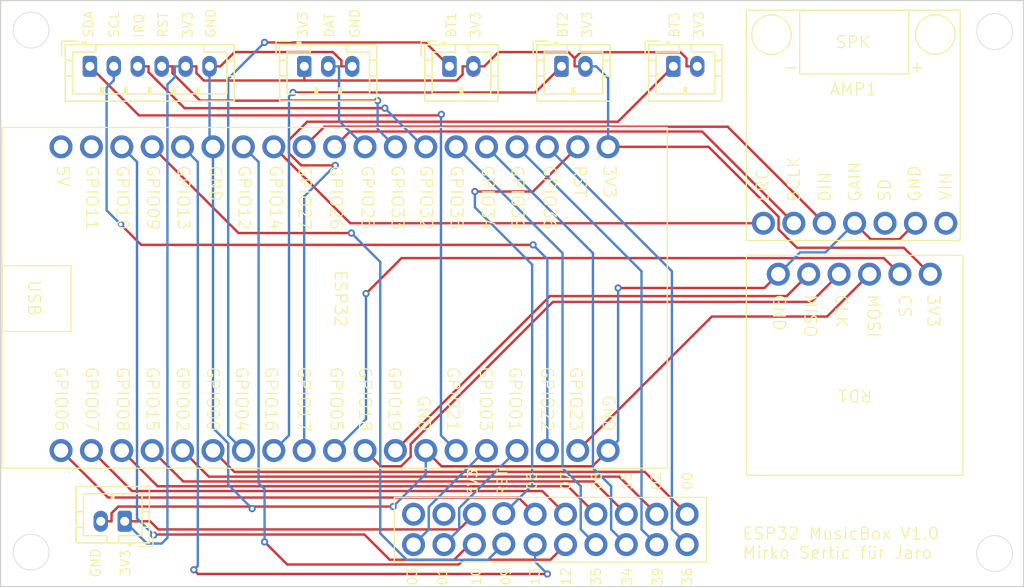
<source format=kicad_pcb>
(kicad_pcb (version 20241229) (generator "pcbnew") (generator_version "9.0")
  (layers (0 "F.Cu" signal) (2 "B.Cu" signal) (13 "F.Paste" user) (15 "B.Paste" user) (5 "F.SilkS" user "F.Silkscreen") (7 "B.SilkS" user "B.Silkscreen") (1 "F.Mask" user) (3 "B.Mask" user) (25 "Edge.Cuts" user))
  (net 0 "")
  (net 1 "3V3")
  (net 2 "/BT1")
  (net 3 "/BT2")
  (net 4 "/BT3")
  (net 5 "GND")
  (net 6 "VBAT")
  (net 7 "/ADR_LED")
  (net 8 "/RFID_IRQ")
  (net 9 "/I2C_SDA")
  (net 10 "/RFID_RST")
  (net 11 "/I2C_SCL")
  (net 12 "/SPI_SCK")
  (net 13 "/SPI_SS")
  (net 14 "/SPI_MOSI")
  (net 15 "/SPI_MISO")
  (net 16 "/I2S_WS")
  (net 17 "/I2S_DIN")
  (net 18 "/I2S_BCK")
  (net 20 "/GPIO09")
  (net 21 "/GPIO11")
  (net 22 "/GPIO01")
  (net 23 "/RST")
  (net 24 "/GPIO36")
  (net 25 "/GPIO06")
  (net 26 "/GPIO13")
  (net 27 "/GPIO15")
  (net 28 "/GPIO07")
  (net 29 "/GPIO39")
  (net 30 "/GPIO10")
  (net 31 "/GPIO34")
  (net 32 "/GPIO12")
  (net 33 "/GPIO35")
  (net 35 "/GPIO08")
  (net 36 "/GPIO00")
  (net 37 "/GPIO02")
  (net 38 "/GPIO03")
  (footprint "Connector_JST:JST_PH_B2B-PH-K_1x02_P2.00mm_Vertical" (layer "F.Cu") (at 127.64 38.5)
    (property "Reference" "BT1Con1" (hide yes))
    (property "Value" "~" (hide yes))
    (pad "1" thru_hole roundrect (at 0 0) (size 1.2 1.75) (drill 0.75) (layers "*.Cu" "*.Mask") (roundrect_rratio 0.208333) (net 2 "/BT1"))
    (pad "2" thru_hole oval (at 2 0) (size 1.2 1.75) (drill 0.75) (layers "*.Cu" "*.Mask") (net 1 "3V3"))
  )
  (footprint "CustomFootprints:MAX98357A" (layer "F.Cu") (at 161.5 44)
    (property "Reference" "AMP1" (at -0.1 -3.585 0) (layer "F.SilkS") (effects (font (thickness 0.1))))
    (property "Value" "~" (hide yes))
    (fp_text user "-" (at -6.01 -4.87 0) (layer "F.SilkS") (effects (font (thickness 0.1)) (justify left bottom)))
    (fp_text user "DIN" (at -1.9 5.9 90) (layer "F.SilkS") (effects (font (thickness 0.1)) (justify left bottom)))
    (fp_text user "GAIN" (at 0.6 5.9 90) (layer "F.SilkS") (effects (font (thickness 0.1)) (justify left bottom)))
    (fp_text user "+" (at 4.52 -4.87 0) (layer "F.SilkS") (effects (font (thickness 0.1)) (justify left bottom)))
    (fp_text user "LRC" (at -7.1 5.9 90) (layer "F.SilkS") (effects (font (thickness 0.1)) (justify left bottom)))
    (fp_text user "VIN" (at 8.2 5.8 90) (layer "F.SilkS") (effects (font (thickness 0.1)) (justify left bottom)))
    (fp_text user "BCLK" (at -4.5 5.9 90) (layer "F.SilkS") (effects (font (thickness 0.1)) (justify left bottom)))
    (fp_text user "GND" (at 5.6 5.9 90) (layer "F.SilkS") (effects (font (thickness 0.1)) (justify left bottom)))
    (fp_text user "SPK" (at -1.68 -6.94 0) (layer "F.SilkS") (effects (font (thickness 0.1)) (justify left bottom)))
    (fp_text user "SD" (at 3.1 5.9 90) (layer "F.SilkS") (effects (font (thickness 0.1)) (justify left bottom)))
    (pad "1" thru_hole circle (at -7.62 7.62) (size 1.92 1.92) (drill 1.2) (layers "*.Cu" "*.Mask") (net 16 "/I2S_WS"))
    (pad "2" thru_hole circle (at -5.08 7.62) (size 1.92 1.92) (drill 1.2) (layers "*.Cu" "*.Mask") (net 18 "/I2S_BCK"))
    (pad "3" thru_hole circle (at -2.54 7.62) (size 1.92 1.92) (drill 1.2) (layers "*.Cu" "*.Mask") (net 17 "/I2S_DIN"))
    (pad "4" thru_hole circle (at 0 7.62) (size 1.92 1.92) (drill 1.2) (layers "*.Cu" "*.Mask") (net 5 "GND"))
    (pad "5" thru_hole circle (at 2.54 7.62) (size 1.92 1.92) (drill 1.2) (layers "*.Cu" "*.Mask"))
    (pad "6" thru_hole circle (at 5.08 7.62) (size 1.92 1.92) (drill 1.2) (layers "*.Cu" "*.Mask") (net 5 "GND"))
    (pad "7" thru_hole circle (at 7.62 7.62) (size 1.92 1.92) (drill 1.2) (layers "*.Cu" "*.Mask") (net 6 "VBAT"))
  )
  (footprint "CustomFootprints:Pads_2x10" (layer "F.Cu") (at 136.0311 77.1265 180)
    (property "Reference" "IO1" (hide yes))
    (property "Value" "IO" (hide yes))
    (pad "1" thru_hole circle (at -11.468857 -1.373523 270) (size 1.92 1.92) (drill 1.2) (layers "*.Cu" "*.Mask") (net 24 "/GPIO36"))
    (pad "2" thru_hole circle (at -8.928857 -1.373523 270) (size 1.92 1.92) (drill 1.2) (layers "*.Cu" "*.Mask") (net 29 "/GPIO39"))
    (pad "3" thru_hole circle (at -6.388857 -1.373523 270) (size 1.92 1.92) (drill 1.2) (layers "*.Cu" "*.Mask") (net 31 "/GPIO34"))
    (pad "4" thru_hole circle (at -3.848857 -1.373523 270) (size 1.92 1.92) (drill 1.2) (layers "*.Cu" "*.Mask") (net 33 "/GPIO35"))
    (pad "5" thru_hole circle (at -1.308857 -1.373523 270) (size 1.92 1.92) (drill 1.2) (layers "*.Cu" "*.Mask") (net 32 "/GPIO12"))
    (pad "6" thru_hole circle (at 1.231143 -1.373523 270) (size 1.92 1.92) (drill 1.2) (layers "*.Cu" "*.Mask") (net 26 "/GPIO13"))
    (pad "7" thru_hole circle (at 3.85 -1.32 270) (size 1.92 1.92) (drill 1.2) (layers "*.Cu" "*.Mask") (net 20 "/GPIO09"))
    (pad "8" thru_hole circle (at 6.311143 -1.373523 270) (size 1.92 1.92) (drill 1.2) (layers "*.Cu" "*.Mask") (net 30 "/GPIO10"))
    (pad "9" thru_hole circle (at 8.851143 -1.373523 270) (size 1.92 1.92) (drill 1.2) (layers "*.Cu" "*.Mask") (net 22 "/GPIO01"))
    (pad "10" thru_hole circle (at 11.391143 -1.373523 270) (size 1.92 1.92) (drill 1.2) (layers "*.Cu" "*.Mask") (net 38 "/GPIO03"))
    (pad "11" thru_hole circle (at -11.468857 1.166477 270) (size 1.92 1.92) (drill 1.2) (layers "*.Cu" "*.Mask") (net 36 "/GPIO00"))
    (pad "12" thru_hole circle (at -8.928857 1.166477 270) (size 1.92 1.92) (drill 1.2) (layers "*.Cu" "*.Mask") (net 37 "/GPIO02"))
    (pad "13" thru_hole circle (at -6.388857 1.166477 270) (size 1.92 1.92) (drill 1.2) (layers "*.Cu" "*.Mask") (net 27 "/GPIO15"))
    (pad "14" thru_hole circle (at -3.848857 1.166477 270) (size 1.92 1.92) (drill 1.2) (layers "*.Cu" "*.Mask") (net 35 "/GPIO08"))
    (pad "15" thru_hole circle (at -1.308857 1.166477 270) (size 1.92 1.92) (drill 1.2) (layers "*.Cu" "*.Mask") (net 28 "/GPIO07"))
    (pad "16" thru_hole circle (at 1.231143 1.166477 270) (size 1.92 1.92) (drill 1.2) (layers "*.Cu" "*.Mask") (net 25 "/GPIO06"))
    (pad "17" thru_hole circle (at 3.85 1.22 270) (size 1.92 1.92) (drill 1.2) (layers "*.Cu" "*.Mask") (net 23 "/RST"))
    (pad "18" thru_hole circle (at 6.311143 1.166477 270) (size 1.92 1.92) (drill 1.2) (layers "*.Cu" "*.Mask") (net 1 "3V3"))
    (pad "19" thru_hole circle (at 8.851143 1.166477 270) (size 1.92 1.92) (drill 1.2) (layers "*.Cu" "*.Mask"))
    (pad "20" thru_hole circle (at 11.391143 1.166477 270) (size 1.92 1.92) (drill 1.2) (layers "*.Cu" "*.Mask"))
  )
  (footprint "Connector_JST:JST_PH_B6B-PH-K_1x06_P2.00mm_Vertical" (layer "F.Cu") (at 97.59 38.5)
    (property "Reference" "RFIDCon1" (hide yes))
    (property "Value" "Conn_01x06_Socket" (hide yes))
    (pad "1" thru_hole roundrect (at 0 0) (size 1.2 1.75) (drill 0.75) (layers "*.Cu" "*.Mask") (roundrect_rratio 0.208333) (net 9 "/I2C_SDA"))
    (pad "2" thru_hole oval (at 2 0) (size 1.2 1.75) (drill 0.75) (layers "*.Cu" "*.Mask") (net 11 "/I2C_SCL"))
    (pad "3" thru_hole oval (at 4 0) (size 1.2 1.75) (drill 0.75) (layers "*.Cu" "*.Mask") (net 8 "/RFID_IRQ"))
    (pad "4" thru_hole oval (at 6 0) (size 1.2 1.75) (drill 0.75) (layers "*.Cu" "*.Mask") (net 10 "/RFID_RST"))
    (pad "5" thru_hole oval (at 8 0) (size 1.2 1.75) (drill 0.75) (layers "*.Cu" "*.Mask") (net 1 "3V3"))
    (pad "6" thru_hole oval (at 10 0) (size 1.2 1.75) (drill 0.75) (layers "*.Cu" "*.Mask") (net 5 "GND"))
  )
  (footprint "Connector_JST:JST_PH_B2B-PH-K_1x02_P2.00mm_Vertical" (layer "F.Cu") (at 146.35 38.5)
    (property "Reference" "BT3Con1" (hide yes))
    (property "Value" "~" (hide yes))
    (pad "1" thru_hole roundrect (at 0 0) (size 1.2 1.75) (drill 0.75) (layers "*.Cu" "*.Mask") (roundrect_rratio 0.208333) (net 4 "/BT3"))
    (pad "2" thru_hole oval (at 2 0) (size 1.2 1.75) (drill 0.75) (layers "*.Cu" "*.Mask") (net 1 "3V3"))
  )
  (footprint "CustomFootprints:SDCardReader" (layer "F.Cu") (at 161.5 63.5 180)
    (property "Reference" "RD1" (at 0 -2.54 180) (layer "F.SilkS") (effects (font (thickness 0.1))))
    (property "Value" "~" (hide yes))
    (fp_text user "CS" (at -3.6 6 270) (layer "F.SilkS") (effects (font (thickness 0.1)) (justify left bottom)))
    (fp_text user "MOSI" (at -1 6 270) (layer "F.SilkS") (effects (font (thickness 0.1)) (justify left bottom)))
    (fp_text user "CLK" (at 1.7 6 270) (layer "F.SilkS") (effects (font (thickness 0.1)) (justify left bottom)))
    (fp_text user "GND" (at 6.9 6 270) (layer "F.SilkS") (effects (font (thickness 0.1)) (justify left bottom)))
    (fp_text user "3V3" (at -6 6 270) (layer "F.SilkS") (effects (font (thickness 0.1)) (justify left bottom)))
    (fp_text user "MISO" (at 4.3 6 270) (layer "F.SilkS") (effects (font (thickness 0.1)) (justify left bottom)))
    (pad "1" thru_hole circle (at -6.32 7.62 180) (size 1.92 1.92) (drill 1.2) (layers "*.Cu" "*.Mask") (net 1 "3V3"))
    (pad "2" thru_hole circle (at -3.78 7.62 180) (size 1.92 1.92) (drill 1.2) (layers "*.Cu" "*.Mask") (net 13 "/SPI_SS"))
    (pad "3" thru_hole circle (at -1.24 7.62 180) (size 1.92 1.92) (drill 1.2) (layers "*.Cu" "*.Mask") (net 14 "/SPI_MOSI"))
    (pad "4" thru_hole circle (at 1.3 7.62 180) (size 1.92 1.92) (drill 1.2) (layers "*.Cu" "*.Mask") (net 12 "/SPI_SCK"))
    (pad "5" thru_hole circle (at 3.84 7.62 180) (size 1.92 1.92) (drill 1.2) (layers "*.Cu" "*.Mask") (net 15 "/SPI_MISO"))
    (pad "6" thru_hole circle (at 6.38 7.62 180) (size 1.92 1.92) (drill 1.2) (layers "*.Cu" "*.Mask") (net 5 "GND"))
  )
  (footprint "CustomFootprints:ESP32DevKit" (layer "F.Cu") (at 118.04 57.93 -90)
    (property "Reference" "ESP32" (at 0 -0.5 270) (layer "F.SilkS") (effects (font (thickness 0.1))))
    (property "Value" "~")
    (fp_text user "GPIO10" (at -11.23 18.29 270) (layer "F.SilkS") (effects (font (thickness 0.1)) (justify left bottom)))
    (fp_text user "GPIO11" (at -11.23 20.84 270) (layer "F.SilkS") (effects (font (thickness 0.1)) (justify left bottom)))
    (fp_text user "GPIO06" (at 5.619048 23.42 270) (layer "F.SilkS") (effects (font (thickness 0.1)) (justify left bottom)))
    (fp_text user "GPIO08" (at 5.619048 18.29 270) (layer "F.SilkS") (effects (font (thickness 0.1)) (justify left bottom)))
    (fp_text user "GPIO14" (at -11.23 5.49 270) (layer "F.SilkS") (effects (font (thickness 0.1)) (justify left bottom)))
    (fp_text user "RST" (at -11.23 -19.93 270) (layer "F.SilkS") (effects (font (thickness 0.1)) (justify left bottom)))
    (fp_text user "GPIO21" (at 5.619048 -9.33 270) (layer "F.SilkS") (effects (font (thickness 0.1)) (justify left bottom)))
    (fp_text user "GPIO03" (at 5.619048 -12.05 270) (layer "F.SilkS") (effects (font (thickness 0.1)) (justify left bottom)))
    (fp_text user "GPIO05" (at 5.619048 0.44 270) (layer "F.SilkS") (effects (font (thickness 0.1)) (justify left bottom)))
    (fp_text user "USB" (at -1.61 25.69 270) (layer "F.SilkS") (effects (font (thickness 0.1)) (justify left bottom)))
    (fp_text user "GPIO16" (at 5.619048 5.88 270) (layer "F.SilkS") (effects (font (thickness 0.1)) (justify left bottom)))
    (fp_text user "GPIO18" (at 5.619048 -1.97 270) (layer "F.SilkS") (effects (font (thickness 0.1)) (justify left bottom)))
    (fp_text user "GPIO17" (at 5.619048 3.16 270) (layer "F.SilkS") (effects (font (thickness 0.1)) (justify left bottom)))
    (fp_text user "GPIO33" (at -11.23 -4.68 270) (layer "F.SilkS") (effects (font (thickness 0.1)) (justify left bottom)))
    (fp_text user "GPIO09" (at -11.23 15.75 270) (layer "F.SilkS") (effects (font (thickness 0.1)) (justify left bottom)))
    (fp_text user "GPIO22" (at 5.619048 -17.18 270) (layer "F.SilkS") (effects (font (thickness 0.1)) (justify left bottom)))
    (fp_text user "GPIO07" (at 5.619048 20.88 270) (layer "F.SilkS") (effects (font (thickness 0.1)) (justify left bottom)))
    (fp_text user "GND" (at 8 -22.31 270) (layer "F.SilkS") (effects (font (thickness 0.1)) (justify left bottom)))
    (fp_text user "GPIO01" (at 5.619048 -14.51 270) (layer "F.SilkS") (effects (font (thickness 0.1)) (justify left bottom)))
    (fp_text user "GPIO15" (at 5.619048 15.79 270) (layer "F.SilkS") (effects (font (thickness 0.1)) (justify left bottom)))
    (fp_text user "GPIO02" (at 5.619048 13.29 270) (layer "F.SilkS") (effects (font (thickness 0.1)) (justify left bottom)))
    (fp_text user "GPIO35" (at -11.23 -9.61 270) (layer "F.SilkS") (effects (font (thickness 0.1)) (justify left bottom)))
    (fp_text user "GPIO04" (at 5.619048 8.34 270) (layer "F.SilkS") (effects (font (thickness 0.1)) (justify left bottom)))
    (fp_text user "GPIO13" (at -11.23 13.21 270) (layer "F.SilkS") (effects (font (thickness 0.1)) (justify left bottom)))
    (fp_text user "GPIO25" (at -11.23 -2.17 270) (layer "F.SilkS") (effects (font (thickness 0.1)) (justify left bottom)))
    (fp_text user "GPIO12" (at -11.23 8.12 270) (layer "F.SilkS") (effects (font (thickness 0.1)) (justify left bottom)))
    (fp_text user "GPIO39" (at -11.23 -14.7 270) (layer "F.SilkS") (effects (font (thickness 0.1)) (justify left bottom)))
    (fp_text user "GPIO27" (at -11.23 3.09 270) (layer "F.SilkS") (effects (font (thickness 0.1)) (justify left bottom)))
    (fp_text user "GND" (at 8 -6.88 270) (layer "F.SilkS") (effects (font (thickness 0.1)) (justify left bottom)))
    (fp_text user "GPIO26" (at -11.23 0.46 270) (layer "F.SilkS") (effects (font (thickness 0.1)) (justify left bottom)))
    (fp_text user "3V3" (at -11.23 -22.39 270) (layer "F.SilkS") (effects (font (thickness 0.1)) (justify left bottom)))
    (fp_text user "5V" (at -11.23 23.29 270) (layer "F.SilkS") (effects (font (thickness 0.1)) (justify left bottom)))
    (fp_text user "GPIO19" (at 5.619048 -4.42 270) (layer "F.SilkS") (effects (font (thickness 0.1)) (justify left bottom)))
    (fp_text user "GND" (at -11.23 10.55 270) (layer "F.SilkS") (effects (font (thickness 0.1)) (justify left bottom)))
    (fp_text user "GPIO23" (at 5.619048 -19.59 270) (layer "F.SilkS") (effects (font (thickness 0.1)) (justify left bottom)))
    (fp_text user "GPIO34" (at -11.23 -12.22 270) (layer "F.SilkS") (effects (font (thickness 0.1)) (justify left bottom)))
    (fp_text user "GPIO32" (at -11.23 -7.07 270) (layer "F.SilkS") (effects (font (thickness 0.1)) (justify left bottom)))
    (fp_text user "GPIO00" (at 5.619048 10.75 270) (layer "F.SilkS") (effects (font (thickness 0.1)) (justify left bottom)))
    (fp_text user "GPIO36" (at -11.23 -17.39 270) (layer "F.SilkS") (effects (font (thickness 0.1)) (justify left bottom)))
    (pad "1" thru_hole circle (at -12.7 -22.86 270) (size 1.92 1.92) (drill 1.2) (layers "*.Cu" "*.Mask") (net 1 "3V3"))
    (pad "2" thru_hole circle (at -12.7 -20.32 270) (size 1.92 1.92) (drill 1.2) (layers "*.Cu" "*.Mask") (net 23 "/RST"))
    (pad "3" thru_hole circle (at -12.7 -17.78 270) (size 1.92 1.92) (drill 1.2) (layers "*.Cu" "*.Mask") (net 24 "/GPIO36"))
    (pad "4" thru_hole circle (at -12.7 -15.24 270) (size 1.92 1.92) (drill 1.2) (layers "*.Cu" "*.Mask") (net 29 "/GPIO39"))
    (pad "5" thru_hole circle (at -12.7 -12.7 270) (size 1.92 1.92) (drill 1.2) (layers "*.Cu" "*.Mask") (net 31 "/GPIO34"))
    (pad "6" thru_hole circle (at -12.7 -10.16 270) (size 1.92 1.92) (drill 1.2) (layers "*.Cu" "*.Mask") (net 33 "/GPIO35"))
    (pad "7" thru_hole circle (at -12.7 -7.62 270) (size 1.92 1.92) (drill 1.2) (layers "*.Cu" "*.Mask") (net 8 "/RFID_IRQ"))
    (pad "8" thru_hole circle (at -12.7 -5.08 270) (size 1.92 1.92) (drill 1.2) (layers "*.Cu" "*.Mask") (net 10 "/RFID_RST"))
    (pad "9" thru_hole circle (at -12.7 -2.54 270) (size 1.92 1.92) (drill 1.2) (layers "*.Cu" "*.Mask") (net 7 "/ADR_LED"))
    (pad "10" thru_hole circle (at -12.7 0 270) (size 1.92 1.92) (drill 1.2) (layers "*.Cu" "*.Mask") (net 18 "/I2S_BCK"))
    (pad "11" thru_hole circle (at -12.7 2.54 270) (size 1.92 1.92) (drill 1.2) (layers "*.Cu" "*.Mask") (net 17 "/I2S_DIN"))
    (pad "12" thru_hole circle (at -12.7 5.08 270) (size 1.92 1.92) (drill 1.2) (layers "*.Cu" "*.Mask") (net 16 "/I2S_WS"))
    (pad "13" thru_hole circle (at -12.7 7.62 270) (size 1.92 1.92) (drill 1.2) (layers "*.Cu" "*.Mask") (net 32 "/GPIO12"))
    (pad "14" thru_hole circle (at -12.7 10.16 270) (size 1.92 1.92) (drill 1.2) (layers "*.Cu" "*.Mask") (net 5 "GND"))
    (pad "15" thru_hole circle (at -12.7 12.7 270) (size 1.92 1.92) (drill 1.2) (layers "*.Cu" "*.Mask") (net 26 "/GPIO13"))
    (pad "16" thru_hole circle (at -12.7 15.24 270) (size 1.92 1.92) (drill 1.2) (layers "*.Cu" "*.Mask") (net 20 "/GPIO09"))
    (pad "17" thru_hole circle (at -12.7 17.78 270) (size 1.92 1.92) (drill 1.2) (layers "*.Cu" "*.Mask") (net 30 "/GPIO10"))
    (pad "18" thru_hole circle (at -12.7 20.32 270) (size 1.92 1.92) (drill 1.2) (layers "*.Cu" "*.Mask") (net 21 "/GPIO11"))
    (pad "19" thru_hole circle (at -12.7 22.86 270) (size 1.92 1.92) (drill 1.2) (layers "*.Cu" "*.Mask"))
    (pad "20" thru_hole circle (at 12.7 -22.86 270) (size 1.92 1.92) (drill 1.2) (layers "*.Cu" "*.Mask") (net 5 "GND"))
    (pad "21" thru_hole circle (at 12.7 -20.32 270) (size 1.92 1.92) (drill 1.2) (layers "*.Cu" "*.Mask") (net 14 "/SPI_MOSI"))
    (pad "22" thru_hole circle (at 12.7 -17.78 270) (size 1.92 1.92) (drill 1.2) (layers "*.Cu" "*.Mask") (net 11 "/I2C_SCL"))
    (pad "23" thru_hole circle (at 12.7 -15.24 270) (size 1.92 1.92) (drill 1.2) (layers "*.Cu" "*.Mask") (net 22 "/GPIO01"))
    (pad "24" thru_hole circle (at 12.7 -12.7 270) (size 1.92 1.92) (drill 1.2) (layers "*.Cu" "*.Mask") (net 38 "/GPIO03"))
    (pad "25" thru_hole circle (at 12.7 -10.16 270) (size 1.92 1.92) (drill 1.2) (layers "*.Cu" "*.Mask") (net 9 "/I2C_SDA"))
    (pad "26" thru_hole circle (at 12.7 -7.62 270) (size 1.92 1.92) (drill 1.2) (layers "*.Cu" "*.Mask") (net 5 "GND"))
    (pad "27" thru_hole circle (at 12.7 -5.08 270) (size 1.92 1.92) (drill 1.2) (layers "*.Cu" "*.Mask") (net 15 "/SPI_MISO"))
    (pad "28" thru_hole circle (at 12.7 -2.54 270) (size 1.92 1.92) (drill 1.2) (layers "*.Cu" "*.Mask") (net 12 "/SPI_SCK"))
    (pad "29" thru_hole circle (at 12.7 0 270) (size 1.92 1.92) (drill 1.2) (layers "*.Cu" "*.Mask") (net 13 "/SPI_SS"))
    (pad "30" thru_hole circle (at 12.7 2.54 270) (size 1.92 1.92) (drill 1.2) (layers "*.Cu" "*.Mask") (net 4 "/BT3"))
    (pad "31" thru_hole circle (at 12.7 5.08 270) (size 1.92 1.92) (drill 1.2) (layers "*.Cu" "*.Mask") (net 3 "/BT2"))
    (pad "32" thru_hole circle (at 12.7 7.62 270) (size 1.92 1.92) (drill 1.2) (layers "*.Cu" "*.Mask") (net 2 "/BT1"))
    (pad "33" thru_hole circle (at 12.7 10.16 270) (size 1.92 1.92) (drill 1.2) (layers "*.Cu" "*.Mask") (net 36 "/GPIO00"))
    (pad "34" thru_hole circle (at 12.7 12.7 270) (size 1.92 1.92) (drill 1.2) (layers "*.Cu" "*.Mask") (net 37 "/GPIO02"))
    (pad "35" thru_hole circle (at 12.7 15.24 270) (size 1.92 1.92) (drill 1.2) (layers "*.Cu" "*.Mask") (net 27 "/GPIO15"))
    (pad "36" thru_hole circle (at 12.7 17.78 270) (size 1.92 1.92) (drill 1.2) (layers "*.Cu" "*.Mask") (net 35 "/GPIO08"))
    (pad "37" thru_hole circle (at 12.7 20.32 270) (size 1.92 1.92) (drill 1.2) (layers "*.Cu" "*.Mask") (net 28 "/GPIO07"))
    (pad "38" thru_hole circle (at 12.7 22.86 270) (size 1.92 1.92) (drill 1.2) (layers "*.Cu" "*.Mask") (net 25 "/GPIO06"))
  )
  (footprint "Connector_JST:JST_PH_B2B-PH-K_1x02_P2.00mm_Vertical" (layer "F.Cu") (at 100.5 76.55 180)
    (property "Reference" "PWRCon1" (hide yes))
    (property "Value" "~" (hide yes))
    (pad "1" thru_hole roundrect (at 0 0 180) (size 1.2 1.75) (drill 0.75) (layers "*.Cu" "*.Mask") (roundrect_rratio 0.208333) (net 1 "3V3"))
    (pad "2" thru_hole oval (at 2 0 180) (size 1.2 1.75) (drill 0.75) (layers "*.Cu" "*.Mask") (net 5 "GND"))
  )
  (footprint "Connector_JST:JST_PH_B3B-PH-K_1x03_P2.00mm_Vertical" (layer "F.Cu") (at 115.51 38.5)
    (property "Reference" "NeoPixelCon1" (hide yes))
    (property "Value" "~" (hide yes))
    (pad "1" thru_hole roundrect (at 0 0) (size 1.2 1.75) (drill 0.75) (layers "*.Cu" "*.Mask") (roundrect_rratio 0.208333) (net 1 "3V3"))
    (pad "2" thru_hole oval (at 2 0) (size 1.2 1.75) (drill 0.75) (layers "*.Cu" "*.Mask") (net 7 "/ADR_LED"))
    (pad "3" thru_hole oval (at 4 0) (size 1.2 1.75) (drill 0.75) (layers "*.Cu" "*.Mask") (net 5 "GND"))
  )
  (footprint "Connector_JST:JST_PH_B2B-PH-K_1x02_P2.00mm_Vertical" (layer "F.Cu") (at 137 38.5)
    (property "Reference" "BT2Con1" (hide yes))
    (property "Value" "~" (hide yes))
    (pad "1" thru_hole roundrect (at 0 0) (size 1.2 1.75) (drill 0.75) (layers "*.Cu" "*.Mask") (roundrect_rratio 0.208333) (net 3 "/BT2"))
    (pad "2" thru_hole oval (at 2 0) (size 1.2 1.75) (drill 0.75) (layers "*.Cu" "*.Mask") (net 1 "3V3"))
  )
  (gr_circle (center 92.68 79.13) (end 94.18 79.13) (stroke (width 0.05)) (fill no) (layer "Edge.Cuts"))
  (gr_circle (center 173.2 79.25) (end 174.7 79.25) (stroke (width 0.05)) (fill no) (layer "Edge.Cuts"))
  (gr_circle (center 92.68 35.47) (end 94.18 35.47) (stroke (width 0.05)) (fill no) (layer "Edge.Cuts"))
  (gr_rect (start 90.13 33) (end 175.61 82.01) (stroke (width 0.1)) (fill no) (layer "Edge.Cuts"))
  (gr_circle (center 173.2 35.59) (end 174.7 35.59) (stroke (width 0.05)) (fill no) (layer "Edge.Cuts"))
  (gr_text "03" (at 125 82 90) (layer "F.SilkS") (effects (font (size 0.8 0.8) (thickness 0.1)) (justify left bottom)))
  (gr_text "SDA" (at 97.95 36.18 90) (layer "F.SilkS") (effects (font (size 0.8 0.8) (thickness 0.1)) (justify left bottom)))
  (gr_text "12" (at 137.84 82 90) (layer "F.SilkS") (effects (font (size 0.8 0.8) (thickness 0.1)) (justify left bottom)))
  (gr_text "BT2" (at 137.59 36.18 90) (layer "F.SilkS") (effects (font (size 0.8 0.8) (thickness 0.1)) (justify left bottom)))
  (gr_text "07\n" (at 137.84 74 90) (layer "F.SilkS") (effects (font (size 0.8 0.8) (thickness 0.1)) (justify left bottom)))
  (gr_text "09" (at 132.82 82 90) (layer "F.SilkS") (effects (font (size 0.8 0.8) (thickness 0.1)) (justify left bottom)))
  (gr_text "GND" (at 98.54 81.32 90) (layer "F.SilkS") (effects (font (size 0.8 0.8) (thickness 0.1)) (justify left bottom)))
  (gr_text "3V3" (at 101.03 81.19 90) (layer "F.SilkS") (effects (font (size 0.8 0.8) (thickness 0.1)) (justify left bottom)))
  (gr_text "39" (at 145.5 82 90) (layer "F.SilkS") (effects (font (size 0.8 0.8) (thickness 0.1)) (justify left bottom)))
  (gr_text "15" (at 142.93 74 90) (layer "F.SilkS") (effects (font (size 0.8 0.8) (thickness 0.1)) (justify left bottom)))
  (gr_text "3V3" (at 106.24 36.18 90) (layer "F.SilkS") (effects (font (size 0.8 0.8) (thickness 0.1)) (justify left bottom)))
  (gr_text "DAT" (at 118.09 36.18 90) (layer "F.SilkS") (effects (font (size 0.8 0.8) (thickness 0.1)) (justify left bottom)))
  (gr_text "GND" (at 108.15 36.18 90) (layer "F.SilkS") (effects (font (size 0.8 0.8) (thickness 0.1)) (justify left bottom)))
  (gr_text "3V3" (at 115.87 36.18 90) (layer "F.SilkS") (effects (font (size 0.8 0.8) (thickness 0.1)) (justify left bottom)))
  (gr_text "35" (at 140.36 82 90) (layer "F.SilkS") (effects (font (size 0.8 0.8) (thickness 0.1)) (justify left bottom)))
  (gr_text "RST" (at 132.53 74.43 90) (layer "F.SilkS") (effects (font (size 0.8 0.8) (thickness 0.1)) (justify left bottom)))
  (gr_text "00" (at 148 74 90) (layer "F.SilkS") (effects (font (size 0.8 0.8) (thickness 0.1)) (justify left bottom)))
  (gr_text "GND" (at 120.2 36.18 90) (layer "F.SilkS") (effects (font (size 0.8 0.8) (thickness 0.1)) (justify left bottom)))
  (gr_text "06" (at 135 74 90) (layer "F.SilkS") (effects (font (size 0.8 0.8) (thickness 0.1)) (justify left bottom)))
  (gr_text "13" (at 135.25 82 90) (layer "F.SilkS") (effects (font (size 0.8 0.8) (thickness 0.1)) (justify left bottom)))
  (gr_text "BT3" (at 146.91 36.18 90) (layer "F.SilkS") (effects (font (size 0.8 0.8) (thickness 0.1)) (justify left bottom)))
  (gr_text "BT1" (at 128.26 36.18 90) (layer "F.SilkS") (effects (font (size 0.8 0.8) (thickness 0.1)) (justify left bottom)))
  (gr_text "3V3" (at 130.05 74.45 90) (layer "F.SilkS") (effects (font (size 0.8 0.8) (thickness 0.1)) (justify left bottom)))
  (gr_text "IRQ" (at 102.19 36.18 90) (layer "F.SilkS") (effects (font (size 0.8 0.8) (thickness 0.1)) (justify left bottom)))
  (gr_text "01" (at 127.5 82 90) (layer "F.SilkS") (effects (font (size 0.8 0.8) (thickness 0.1)) (justify left bottom)))
  (gr_text "SCL" (at 100.09 36.18 90) (layer "F.SilkS") (effects (font (size 0.8 0.8) (thickness 0.1)) (justify left bottom)))
  (gr_text "3V3" (at 130.29 36.18 90) (layer "F.SilkS") (effects (font (size 0.8 0.8) (thickness 0.1)) (justify left bottom)))
  (gr_text "3V3" (at 139.62 36.18 90) (layer "F.SilkS") (effects (font (size 0.8 0.8) (thickness 0.1)) (justify left bottom)))
  (gr_text "3V3" (at 148.94 36.18 90) (layer "F.SilkS") (effects (font (size 0.8 0.8) (thickness 0.1)) (justify left bottom)))
  (gr_text "ESP32 MusicBox V1.0\nMirko Sertic für Jaro" (at 152.06 79.77 0) (layer "F.SilkS") (effects (font (size 1 1) (thickness 0.1)) (justify left bottom)))
  (gr_text "36" (at 147.97 82 90) (layer "F.SilkS") (effects (font (size 0.8 0.8) (thickness 0.1)) (justify left bottom)))
  (gr_text "10" (at 130.33 82 90) (layer "F.SilkS") (effects (font (size 0.8 0.8) (thickness 0.1)) (justify left bottom)))
  (gr_text "08" (at 140.42 74 90) (layer "F.SilkS") (effects (font (size 0.8 0.8) (thickness 0.1)) (justify left bottom)))
  (gr_text "RST" (at 104.17 36.18 90) (layer "F.SilkS") (effects (font (size 0.8 0.8) (thickness 0.1)) (justify left bottom)))
  (gr_text "34" (at 142.97 82 90) (layer "F.SilkS") (effects (font (size 0.8 0.8) (thickness 0.1)) (justify left bottom)))
  (gr_text "02\n\n" (at 146.68 74 90) (layer "F.SilkS") (effects (font (size 0.8 0.8) (thickness 0.1)) (justify left bottom)))
  (segment (start 165.6122 53.6722) (end 156.6758 53.6722) (width 0.2) (layer "F.Cu") (net 1))
  (segment (start 138.0983 37.8217) (end 138.0983 38.5) (width 0.2) (layer "F.Cu") (net 1))
  (segment (start 129.64 38.5) (end 130.5417 38.5) (width 0.2) (layer "F.Cu") (net 1))
  (segment (start 106.4917 39.0636) (end 107.1133 39.6852) (width 0.2) (layer "F.Cu") (net 1))
  (segment (start 128.45 77.23) (end 103.3083 77.23) (width 0.2) (layer "F.Cu") (net 1))
  (segment (start 167.82 55.88) (end 165.6122 53.6722) (width 0.2) (layer "F.Cu") (net 1))
  (segment (start 148.35 38.5) (end 147.4483 38.5) (width 0.2) (layer "F.Cu") (net 1))
  (segment (start 156.6758 53.6722) (end 155.1417 52.1381) (width 0.2) (layer "F.Cu") (net 1))
  (segment (start 129.64 38.5) (end 128.7383 38.5) (width 0.2) (layer "F.Cu") (net 1))
  (segment (start 130.5417 38.5) (end 131.7348 37.3069) (width 0.2) (layer "F.Cu") (net 1))
  (segment (start 155.1417 51.0744) (end 149.2973 45.23) (width 0.2) (layer "F.Cu") (net 1))
  (segment (start 128.2314 39.6852) (end 115.51 39.6852) (width 0.2) (layer "F.Cu") (net 1))
  (segment (start 128.7383 38.5) (end 128.7383 39.1783) (width 0.2) (layer "F.Cu") (net 1))
  (segment (start 131.7348 37.3069) (end 137.5835 37.3069) (width 0.2) (layer "F.Cu") (net 1))
  (segment (start 138.6026 37.3174) (end 138.0983 37.8217) (width 0.2) (layer "F.Cu") (net 1))
  (segment (start 107.1133 39.6852) (end 115.51 39.6852) (width 0.2) (layer "F.Cu") (net 1))
  (segment (start 139 38.5) (end 138.0983 38.5) (width 0.2) (layer "F.Cu") (net 1))
  (segment (start 137.5835 37.3069) (end 138.0983 37.8217) (width 0.2) (layer "F.Cu") (net 1))
  (segment (start 106.4917 38.5) (end 106.4917 39.0636) (width 0.2) (layer "F.Cu") (net 1))
  (segment (start 128.7383 39.1783) (end 128.2314 39.6852) (width 0.2) (layer "F.Cu") (net 1))
  (segment (start 149.2973 45.23) (end 140.9 45.23) (width 0.2) (layer "F.Cu") (net 1))
  (segment (start 102.6283 76.55) (end 100.5 76.55) (width 0.2) (layer "F.Cu") (net 1))
  (segment (start 146.942 37.3174) (end 138.6026 37.3174) (width 0.2) (layer "F.Cu") (net 1))
  (segment (start 115.51 39.6852) (end 115.51 38.5) (width 0.2) (layer "F.Cu") (net 1))
  (segment (start 105.59 38.5) (end 106.4917 38.5) (width 0.2) (layer "F.Cu") (net 1))
  (segment (start 103.3083 77.23) (end 102.6283 76.55) (width 0.2) (layer "F.Cu") (net 1))
  (segment (start 147.4483 38.5) (end 147.4483 37.8237) (width 0.2) (layer "F.Cu") (net 1))
  (segment (start 155.1417 52.1381) (end 155.1417 51.0744) (width 0.2) (layer "F.Cu") (net 1))
  (segment (start 129.72 75.96) (end 128.45 77.23) (width 0.2) (layer "F.Cu") (net 1))
  (segment (start 147.4483 37.8237) (end 146.942 37.3174) (width 0.2) (layer "F.Cu") (net 1))
  (segment (start 140.9 45.23) (end 140.9 39.4983) (width 0.2) (layer "B.Cu") (net 1))
  (segment (start 140.9 39.4983) (end 139.9017 38.5) (width 0.2) (layer "B.Cu") (net 1))
  (segment (start 103.5899 78.4106) (end 102.3606 78.4106) (width 0.2) (layer "B.Cu") (net 1))
  (segment (start 104.0704 77.9301) (end 103.5899 78.4106) (width 0.2) (layer "B.Cu") (net 1))
  (segment (start 104.0704 40.0196) (end 104.0704 77.9301) (width 0.2) (layer "B.Cu") (net 1))
  (segment (start 104.6883 38.5) (end 104.6883 39.4017) (width 0.2) (layer "B.Cu") (net 1))
  (segment (start 102.3606 78.4106) (end 100.5 76.55) (width 0.2) (layer "B.Cu") (net 1))
  (segment (start 105.59 38.5) (end 104.6883 38.5) (width 0.2) (layer "B.Cu") (net 1))
  (segment (start 104.6883 39.4017) (end 104.0704 40.0196) (width 0.2) (layer "B.Cu") (net 1))
  (segment (start 139 38.5) (end 139.9017 38.5) (width 0.2) (layer "B.Cu") (net 1))
  (segment (start 112.1888 36.498) (end 125.638 36.498) (width 0.2) (layer "F.Cu") (net 2))
  (segment (start 125.638 36.498) (end 127.64 38.5) (width 0.2) (layer "F.Cu") (net 2))
  (via (at 112.1888 36.498) (size 0.6) (drill 0.3) (layers "F.Cu" "B.Cu") (net 2))
  (segment (start 109.1501 69.3601) (end 109.1501 39.5367) (width 0.2) (layer "B.Cu") (net 2))
  (segment (start 110.42 70.63) (end 109.1501 69.3601) (width 0.2) (layer "B.Cu") (net 2))
  (segment (start 109.1501 39.5367) (end 112.1888 36.498) (width 0.2) (layer "B.Cu") (net 2))
  (segment (start 134.816 40.684) (end 114.5673 40.684) (width 0.2) (layer "F.Cu") (net 3))
  (segment (start 137 38.5) (end 134.816 40.684) (width 0.2) (layer "F.Cu") (net 3))
  (via (at 114.5673 40.684) (size 0.6) (drill 0.3) (layers "F.Cu" "B.Cu") (net 3))
  (segment (start 114.23 41.0213) (end 114.5673 40.684) (width 0.2) (layer "B.Cu") (net 3))
  (segment (start 114.23 69.36) (end 114.23 41.0213) (width 0.2) (layer "B.Cu") (net 3))
  (segment (start 112.96 70.63) (end 114.23 69.36) (width 0.2) (layer "B.Cu") (net 3))
  (segment (start 146.35 38.5) (end 141.7189 43.1311) (width 0.2) (layer "F.Cu") (net 4))
  (segment (start 115.7524 43.1311) (end 114.23 44.6535) (width 0.2) (layer "F.Cu") (net 4))
  (segment (start 114.23 45.7641) (end 115.2471 46.7812) (width 0.2) (layer "F.Cu") (net 4))
  (segment (start 115.2471 46.7812) (end 118.0978 46.7812) (width 0.2) (layer "F.Cu") (net 4))
  (segment (start 141.7189 43.1311) (end 115.7524 43.1311) (width 0.2) (layer "F.Cu") (net 4))
  (segment (start 114.23 44.6535) (end 114.23 45.7641) (width 0.2) (layer "F.Cu") (net 4))
  (via (at 118.0978 46.7812) (size 0.6) (drill 0.3) (layers "F.Cu" "B.Cu") (net 4))
  (segment (start 115.5 49.379) (end 115.5 70.63) (width 0.2) (layer "B.Cu") (net 4))
  (segment (start 118.0978 46.7812) (end 115.5 49.379) (width 0.2) (layer "B.Cu") (net 4))
  (segment (start 108.4917 38.5) (end 109.6888 37.3029) (width 0.2) (layer "F.Cu") (net 5))
  (segment (start 99.4017 76.55) (end 99.4017 75.8737) (width 0.2) (layer "F.Cu") (net 5))
  (segment (start 99.958 75.3174) (end 111.1508 75.3174) (width 0.2) (layer "F.Cu") (net 5))
  (segment (start 139.5826 71.9474) (end 140.9 70.63) (width 0.2) (layer "F.Cu") (net 5))
  (segment (start 117.8977 37.3029) (end 118.6083 38.0135) (width 0.2) (layer "F.Cu") (net 5))
  (segment (start 162.8396 52.9596) (end 165.2404 52.9596) (width 0.2) (layer "F.Cu") (net 5))
  (segment (start 161.5 51.62) (end 162.8396 52.9596) (width 0.2) (layer "F.Cu") (net 5))
  (segment (start 153.963 57.037) (end 155.12 55.88) (width 0.2) (layer "F.Cu") (net 5))
  (segment (start 141.7338 57.037) (end 153.963 57.037) (width 0.2) (layer "F.Cu") (net 5))
  (segment (start 111.1508 75.4917) (end 111.1508 75.3174) (width 0.2) (layer "F.Cu") (net 5))
  (segment (start 98.5 76.55) (end 99.4017 76.55) (width 0.2) (layer "F.Cu") (net 5))
  (segment (start 119.51 38.5) (end 118.6083 38.5) (width 0.2) (layer "F.Cu") (net 5))
  (segment (start 165.2404 52.9596) (end 166.58 51.62) (width 0.2) (layer "F.Cu") (net 5))
  (segment (start 126.9774 71.9474) (end 139.5826 71.9474) (width 0.2) (layer "F.Cu") (net 5))
  (segment (start 111.1508 75.3174) (end 122.9305 75.3174) (width 0.2) (layer "F.Cu") (net 5))
  (segment (start 109.6888 37.3029) (end 117.8977 37.3029) (width 0.2) (layer "F.Cu") (net 5))
  (segment (start 99.4017 75.8737) (end 99.958 75.3174) (width 0.2) (layer "F.Cu") (net 5))
  (segment (start 125.66 70.63) (end 126.9774 71.9474) (width 0.2) (layer "F.Cu") (net 5))
  (segment (start 118.6083 38.0135) (end 118.6083 38.5) (width 0.2) (layer "F.Cu") (net 5))
  (segment (start 107.59 38.5) (end 108.4917 38.5) (width 0.2) (layer "F.Cu") (net 5))
  (via (at 141.7338 57.037) (size 0.6) (drill 0.3) (layers "F.Cu" "B.Cu") (net 5))
  (via (at 122.9305 75.3174) (size 0.6) (drill 0.3) (layers "F.Cu" "B.Cu") (net 5))
  (via (at 111.1508 75.4917) (size 0.6) (drill 0.3) (layers "F.Cu" "B.Cu") (net 5))
  (segment (start 141.7338 69.7962) (end 141.7338 57.037) (width 0.2) (layer "B.Cu") (net 5))
  (segment (start 109.15 70.0193) (end 109.15 73.4909) (width 0.2) (layer "B.Cu") (net 5))
  (segment (start 159.0595 54.0605) (end 156.9395 54.0605) (width 0.2) (layer "B.Cu") (net 5))
  (segment (start 161.5 51.62) (end 159.0595 54.0605) (width 0.2) (layer "B.Cu") (net 5))
  (segment (start 107.88 68.7493) (end 109.15 70.0193) (width 0.2) (layer "B.Cu") (net 5))
  (segment (start 107.88 45.23) (end 107.88 68.7493) (width 0.2) (layer "B.Cu") (net 5))
  (segment (start 107.88 45.23) (end 107.59 44.94) (width 0.2) (layer "B.Cu") (net 5))
  (segment (start 122.9305 75.3174) (end 125.66 72.5879) (width 0.2) (layer "B.Cu") (net 5))
  (segment (start 125.66 72.5879) (end 125.66 70.63) (width 0.2) (layer "B.Cu") (net 5))
  (segment (start 107.59 44.94) (end 107.59 38.5) (width 0.2) (layer "B.Cu") (net 5))
  (segment (start 140.9 70.63) (end 141.7338 69.7962) (width 0.2) (layer "B.Cu") (net 5))
  (segment (start 109.15 73.4909) (end 111.1508 75.4917) (width 0.2) (layer "B.Cu") (net 5))
  (segment (start 156.9395 54.0605) (end 155.12 55.88) (width 0.2) (layer "B.Cu") (net 5))
  (segment (start 117.51 38.5) (end 118.4117 38.5) (width 0.2) (layer "B.Cu") (net 7))
  (segment (start 118.4117 43.0617) (end 118.4117 38.5) (width 0.2) (layer "B.Cu") (net 7))
  (segment (start 120.58 45.23) (end 118.4117 43.0617) (width 0.2) (layer "B.Cu") (net 7))
  (segment (start 105.5025 41.9973) (end 122.24 41.9973) (width 0.2) (layer "F.Cu") (net 8))
  (segment (start 102.4917 38.9865) (end 105.5025 41.9973) (width 0.2) (layer "F.Cu") (net 8))
  (segment (start 101.59 38.5) (end 102.4917 38.5) (width 0.2) (layer "F.Cu") (net 8))
  (segment (start 102.4917 38.5) (end 102.4917 38.9865) (width 0.2) (layer "F.Cu") (net 8))
  (via (at 122.24 41.9973) (size 0.6) (drill 0.3) (layers "F.Cu" "B.Cu") (net 8))
  (segment (start 125.4727 45.23) (end 122.24 41.9973) (width 0.2) (layer "B.Cu") (net 8))
  (segment (start 125.66 45.23) (end 125.4727 45.23) (width 0.2) (layer "B.Cu") (net 8))
  (segment (start 101.6906 42.6006) (end 126.8757 42.6006) (width 0.2) (layer "F.Cu") (net 9))
  (segment (start 126.8757 42.6006) (end 126.9613 42.515) (width 0.2) (layer "F.Cu") (net 9))
  (segment (start 97.59 38.5) (end 101.6906 42.6006) (width 0.2) (layer "F.Cu") (net 9))
  (via (at 126.9613 42.515) (size 0.6) (drill 0.3) (layers "F.Cu" "B.Cu") (net 9))
  (segment (start 126.93 69.36) (end 128.2 70.63) (width 0.2) (layer "B.Cu") (net 9))
  (segment (start 126.9613 42.515) (end 126.93 42.5463) (width 0.2) (layer "B.Cu") (net 9))
  (segment (start 126.93 42.5463) (end 126.93 69.36) (width 0.2) (layer "B.Cu") (net 9))
  (segment (start 104.4917 39.0636) (end 106.7954 41.3673) (width 0.2) (layer "F.Cu") (net 10))
  (segment (start 104.4917 38.5) (end 104.4917 39.0636) (width 0.2) (layer "F.Cu") (net 10))
  (segment (start 103.59 38.5) (end 104.4917 38.5) (width 0.2) (layer "F.Cu") (net 10))
  (segment (start 106.7954 41.3673) (end 121.638 41.3673) (width 0.2) (layer "F.Cu") (net 10))
  (via (at 121.638 41.3673) (size 0.6) (drill 0.3) (layers "F.Cu" "B.Cu") (net 10))
  (segment (start 123.12 45.23) (end 121.638 43.748) (width 0.2) (layer "B.Cu") (net 10))
  (segment (start 121.638 43.748) (end 121.638 41.3673) (width 0.2) (layer "B.Cu") (net 10))
  (segment (start 100.1618 51.7146) (end 101.8762 53.429) (width 0.2) (layer "F.Cu") (net 11))
  (segment (start 101.8762 53.429) (end 134.628 53.429) (width 0.2) (layer "F.Cu") (net 11))
  (via (at 134.628 53.429) (size 0.6) (drill 0.3) (layers "F.Cu" "B.Cu") (net 11))
  (via (at 100.1618 51.7146) (size 0.6) (drill 0.3) (layers "F.Cu" "B.Cu") (net 11))
  (segment (start 99.59 39.6767) (end 98.99 40.2767) (width 0.2) (layer "B.Cu") (net 11))
  (segment (start 98.99 40.2767) (end 98.99 50.5428) (width 0.2) (layer "B.Cu") (net 11))
  (segment (start 98.99 50.5428) (end 100.1618 51.7146) (width 0.2) (layer "B.Cu") (net 11))
  (segment (start 134.628 53.429) (end 135.82 54.621) (width 0.2) (layer "B.Cu") (net 11))
  (segment (start 99.59 38.5) (end 99.59 39.6767) (width 0.2) (layer "B.Cu") (net 11))
  (segment (start 135.82 54.621) (end 135.82 70.63) (width 0.2) (layer "B.Cu") (net 11))
  (segment (start 121.8968 71.9468) (end 123.601 71.9468) (width 0.2) (layer "F.Cu") (net 12))
  (segment (start 120.58 70.63) (end 121.8968 71.9468) (width 0.2) (layer "F.Cu") (net 12))
  (segment (start 124.3983 71.1495) (end 124.3983 70.0846) (width 0.2) (layer "F.Cu") (net 12))
  (segment (start 124.3983 70.0846) (end 136.2834 58.1995) (width 0.2) (layer "F.Cu") (net 12))
  (segment (start 157.8805 58.1995) (end 160.2 55.88) (width 0.2) (layer "F.Cu") (net 12))
  (segment (start 136.2834 58.1995) (end 157.8805 58.1995) (width 0.2) (layer "F.Cu") (net 12))
  (segment (start 123.601 71.9468) (end 124.3983 71.1495) (width 0.2) (layer "F.Cu") (net 12))
  (segment (start 123.632 54.5388) (end 120.6666 57.5042) (width 0.2) (layer "F.Cu") (net 13))
  (segment (start 163.9388 54.5388) (end 123.632 54.5388) (width 0.2) (layer "F.Cu") (net 13))
  (segment (start 165.28 55.88) (end 163.9388 54.5388) (width 0.2) (layer "F.Cu") (net 13))
  (via (at 120.6666 57.5042) (size 0.6) (drill 0.3) (layers "F.Cu" "B.Cu") (net 13))
  (segment (start 120.6666 68.0034) (end 118.04 70.63) (width 0.2) (layer "B.Cu") (net 13))
  (segment (start 120.6666 57.5042) (end 120.6666 68.0034) (width 0.2) (layer "B.Cu") (net 13))
  (segment (start 159.1951 59.425) (end 159.1951 59.4249) (width 0.2) (layer "F.Cu") (net 14))
  (segment (start 159.1951 59.4249) (end 162.74 55.88) (width 0.2) (layer "F.Cu") (net 14))
  (segment (start 138.36 70.63) (end 149.565 59.425) (width 0.2) (layer "F.Cu") (net 14))
  (segment (start 149.565 59.425) (end 159.1951 59.425) (width 0.2) (layer "F.Cu") (net 14))
  (segment (start 155.8244 57.7156) (end 136.0344 57.7156) (width 0.2) (layer "F.Cu") (net 15))
  (segment (start 136.0344 57.7156) (end 123.12 70.63) (width 0.2) (layer "F.Cu") (net 15))
  (segment (start 157.66 55.88) (end 155.8244 57.7156) (width 0.2) (layer "F.Cu") (net 15))
  (segment (start 119.35 51.62) (end 112.96 45.23) (width 0.2) (layer "F.Cu") (net 16))
  (segment (start 153.88 51.62) (end 119.35 51.62) (width 0.2) (layer "F.Cu") (net 16))
  (segment (start 150.8888 43.5488) (end 158.96 51.62) (width 0.2) (layer "F.Cu") (net 17))
  (segment (start 115.5 45.23) (end 117.1812 43.5488) (width 0.2) (layer "F.Cu") (net 17))
  (segment (start 117.1812 43.5488) (end 150.8888 43.5488) (width 0.2) (layer "F.Cu") (net 17))
  (segment (start 148.7505 43.9505) (end 156.42 51.62) (width 0.2) (layer "F.Cu") (net 18))
  (segment (start 119.3195 43.9505) (end 148.7505 43.9505) (width 0.2) (layer "F.Cu") (net 18))
  (segment (start 118.04 45.23) (end 119.3195 43.9505) (width 0.2) (layer "F.Cu") (net 18))
  (segment (start 110.011 52.441) (end 119.4418 52.441) (width 0.2) (layer "F.Cu") (net 20))
  (segment (start 102.8 45.23) (end 110.011 52.441) (width 0.2) (layer "F.Cu") (net 20))
  (via (at 119.4418 52.441) (size 0.6) (drill 0.3) (layers "F.Cu" "B.Cu") (net 20))
  (segment (start 121.8582 54.8574) (end 121.8582 77.5652) (width 0.2) (layer "B.Cu") (net 20))
  (segment (start 121.8582 77.5652) (end 124.0674 79.7744) (width 0.2) (layer "B.Cu") (net 20))
  (segment (start 119.4418 52.441) (end 121.8582 54.8574) (width 0.2) (layer "B.Cu") (net 20))
  (segment (start 130.8532 79.7744) (end 132.1811 78.4465) (width 0.2) (layer "B.Cu") (net 20))
  (segment (start 124.0674 79.7744) (end 130.8532 79.7744) (width 0.2) (layer "B.Cu") (net 20))
  (segment (start 128.4524 75.4422) (end 133.2646 70.63) (width 0.2) (layer "B.Cu") (net 22))
  (segment (start 128.4524 77.2276) (end 128.4524 75.4422) (width 0.2) (layer "B.Cu") (net 22))
  (segment (start 133.2646 70.63) (end 133.28 70.63) (width 0.2) (layer "B.Cu") (net 22))
  (segment (start 127.18 78.5) (end 128.4524 77.2276) (width 0.2) (layer "B.Cu") (net 22))
  (segment (start 129.7668 48.9688) (end 134.6212 48.9688) (width 0.2) (layer "F.Cu") (net 23))
  (segment (start 134.6212 48.9688) (end 138.36 45.23) (width 0.2) (layer "F.Cu") (net 23))
  (via (at 129.7668 48.9688) (size 0.6) (drill 0.3) (layers "F.Cu" "B.Cu") (net 23))
  (segment (start 129.7668 50.2935) (end 129.7668 48.9688) (width 0.2) (layer "B.Cu") (net 23))
  (segment (start 134.55 55.0767) (end 129.7668 50.2935) (width 0.2) (layer "B.Cu") (net 23))
  (segment (start 134.55 73.5376) (end 134.55 55.0767) (width 0.2) (layer "B.Cu") (net 23))
  (segment (start 132.1811 75.9065) (end 134.55 73.5376) (width 0.2) (layer "B.Cu") (net 23))
  (segment (start 135.82 45.23) (end 146.23 55.64) (width 0.2) (layer "B.Cu") (net 24))
  (segment (start 146.23 55.64) (end 146.23 77.23) (width 0.2) (layer "B.Cu") (net 24))
  (segment (start 146.23 77.23) (end 147.5 78.5) (width 0.2) (layer "B.Cu") (net 24))
  (segment (start 133.4031 74.5631) (end 134.8 75.96) (width 0.2) (layer "F.Cu") (net 25))
  (segment (start 95.18 70.63) (end 99.1131 74.5631) (width 0.2) (layer "F.Cu") (net 25))
  (segment (start 99.1131 74.5631) (end 133.4031 74.5631) (width 0.2) (layer "F.Cu") (net 25))
  (segment (start 135.8248 80.9565) (end 106.6287 80.9565) (width 0.2) (layer "F.Cu") (net 26))
  (segment (start 106.6287 80.9565) (end 106.2798 80.6076) (width 0.2) (layer "F.Cu") (net 26))
  (via (at 135.8248 80.9565) (size 0.6) (drill 0.3) (layers "F.Cu" "B.Cu") (net 26))
  (via (at 106.2798 80.6076) (size 0.6) (drill 0.3) (layers "F.Cu" "B.Cu") (net 26))
  (segment (start 134.8 79.9317) (end 134.8 78.5) (width 0.2) (layer "B.Cu") (net 26))
  (segment (start 106.6098 46.4998) (end 106.6098 80.2776) (width 0.2) (layer "B.Cu") (net 26))
  (segment (start 106.6098 80.2776) (end 106.2798 80.6076) (width 0.2) (layer "B.Cu") (net 26))
  (segment (start 105.34 45.23) (end 106.6098 46.4998) (width 0.2) (layer "B.Cu") (net 26))
  (segment (start 135.8248 80.9565) (end 134.8 79.9317) (width 0.2) (layer "B.Cu") (net 26))
  (segment (start 139.6783 73.2183) (end 142.42 75.96) (width 0.2) (layer "F.Cu") (net 27))
  (segment (start 102.8 70.63) (end 105.3883 73.2183) (width 0.2) (layer "F.Cu") (net 27))
  (segment (start 105.3883 73.2183) (end 139.6783 73.2183) (width 0.2) (layer "F.Cu") (net 27))
  (segment (start 97.72 70.63) (end 101.1117 74.0217) (width 0.2) (layer "F.Cu") (net 28))
  (segment (start 101.1117 74.0217) (end 135.4017 74.0217) (width 0.2) (layer "F.Cu") (net 28))
  (segment (start 135.4017 74.0217) (end 137.34 75.96) (width 0.2) (layer "F.Cu") (net 28))
  (segment (start 133.28 45.23) (end 143.6886 55.6386) (width 0.2) (layer "B.Cu") (net 29))
  (segment (start 143.6886 55.6386) (end 143.6886 77.2286) (width 0.2) (layer "B.Cu") (net 29))
  (segment (start 143.6886 77.2286) (end 144.96 78.5) (width 0.2) (layer "B.Cu") (net 29))
  (segment (start 128.04 79.7617) (end 129.3017 78.5) (width 0.2) (layer "F.Cu") (net 30))
  (segment (start 102.9257 77.6983) (end 102.9677 77.6563) (width 0.2) (layer "F.Cu") (net 30))
  (segment (start 102.9677 77.6563) (end 120.5339 77.6563) (width 0.2) (layer "F.Cu") (net 30))
  (segment (start 120.5339 77.6563) (end 122.6393 79.7617) (width 0.2) (layer "F.Cu") (net 30))
  (segment (start 122.6393 79.7617) (end 128.04 79.7617) (width 0.2) (layer "F.Cu") (net 30))
  (segment (start 129.3017 78.5) (end 129.72 78.5) (width 0.2) (layer "F.Cu") (net 30))
  (via (at 102.9257 77.6983) (size 0.6) (drill 0.3) (layers "F.Cu" "B.Cu") (net 30))
  (segment (start 101.53 46.5) (end 101.53 76.3026) (width 0.2) (layer "B.Cu") (net 30))
  (segment (start 101.53 76.3026) (end 102.9257 77.6983) (width 0.2) (layer "B.Cu") (net 30))
  (segment (start 100.26 45.23) (end 101.53 46.5) (width 0.2) (layer "B.Cu") (net 30))
  (segment (start 139.63 72.0952) (end 141.15 73.6152) (width 0.2) (layer "B.Cu") (net 31))
  (segment (start 139.63 54.12) (end 139.63 72.0952) (width 0.2) (layer "B.Cu") (net 31))
  (segment (start 141.15 73.6152) (end 141.15 77.23) (width 0.2) (layer "B.Cu") (net 31))
  (segment (start 130.74 45.23) (end 139.63 54.12) (width 0.2) (layer "B.Cu") (net 31))
  (segment (start 141.15 77.23) (end 142.42 78.5) (width 0.2) (layer "B.Cu") (net 31))
  (segment (start 128.4065 80.1634) (end 128.8067 79.7632) (width 0.2) (layer "F.Cu") (net 32))
  (segment (start 114.0796 80.1634) (end 128.4065 80.1634) (width 0.2) (layer "F.Cu") (net 32))
  (segment (start 128.8067 79.7632) (end 136.0768 79.7632) (width 0.2) (layer "F.Cu") (net 32))
  (segment (start 112.1888 78.2726) (end 114.0796 80.1634) (width 0.2) (layer "F.Cu") (net 32))
  (segment (start 136.0768 79.7632) (end 137.34 78.5) (width 0.2) (layer "F.Cu") (net 32))
  (via (at 112.1888 78.2726) (size 0.6) (drill 0.3) (layers "F.Cu" "B.Cu") (net 32))
  (segment (start 111.69 73.3623) (end 111.69 46.5) (width 0.2) (layer "B.Cu") (net 32))
  (segment (start 111.69 46.5) (end 110.42 45.23) (width 0.2) (layer "B.Cu") (net 32))
  (segment (start 112.1888 73.8611) (end 111.69 73.3623) (width 0.2) (layer "B.Cu") (net 32))
  (segment (start 112.1888 78.2726) (end 112.1888 73.8611) (width 0.2) (layer "B.Cu") (net 32))
  (segment (start 138.61 73.6152) (end 138.61 77.23) (width 0.2) (layer "B.Cu") (net 33))
  (segment (start 128.2 45.23) (end 137.0885 54.1185) (width 0.2) (layer "B.Cu") (net 33))
  (segment (start 137.0885 72.0937) (end 138.61 73.6152) (width 0.2) (layer "B.Cu") (net 33))
  (segment (start 137.0885 54.1185) (end 137.0885 72.0937) (width 0.2) (layer "B.Cu") (net 33))
  (segment (start 138.61 77.23) (end 139.88 78.5) (width 0.2) (layer "B.Cu") (net 33))
  (segment (start 103.25 73.62) (end 137.54 73.62) (width 0.2) (layer "F.Cu") (net 35))
  (segment (start 100.26 70.63) (end 103.25 73.62) (width 0.2) (layer "F.Cu") (net 35))
  (segment (start 137.54 73.62) (end 139.88 75.96) (width 0.2) (layer "F.Cu") (net 35))
  (segment (start 143.9534 72.4134) (end 147.5 75.96) (width 0.2) (layer "F.Cu") (net 36))
  (segment (start 109.6634 72.4134) (end 143.9534 72.4134) (width 0.2) (layer "F.Cu") (net 36))
  (segment (start 107.88 70.63) (end 109.6634 72.4134) (width 0.2) (layer "F.Cu") (net 36))
  (segment (start 107.5266 72.8166) (end 141.8166 72.8166) (width 0.2) (layer "F.Cu") (net 37))
  (segment (start 105.34 70.63) (end 107.5266 72.8166) (width 0.2) (layer "F.Cu") (net 37))
  (segment (start 141.8166 72.8166) (end 144.96 75.96) (width 0.2) (layer "F.Cu") (net 37))
  (segment (start 130.74 70.63) (end 130.6244 70.63) (width 0.2) (layer "B.Cu") (net 38))
  (segment (start 130.6244 70.63) (end 125.91 75.3444) (width 0.2) (layer "B.Cu") (net 38))
  (segment (start 125.91 77.23) (end 124.64 78.5) (width 0.2) (layer "B.Cu") (net 38))
  (segment (start 125.91 75.3444) (end 125.91 77.23) (width 0.2) (layer "B.Cu") (net 38))
)
</source>
